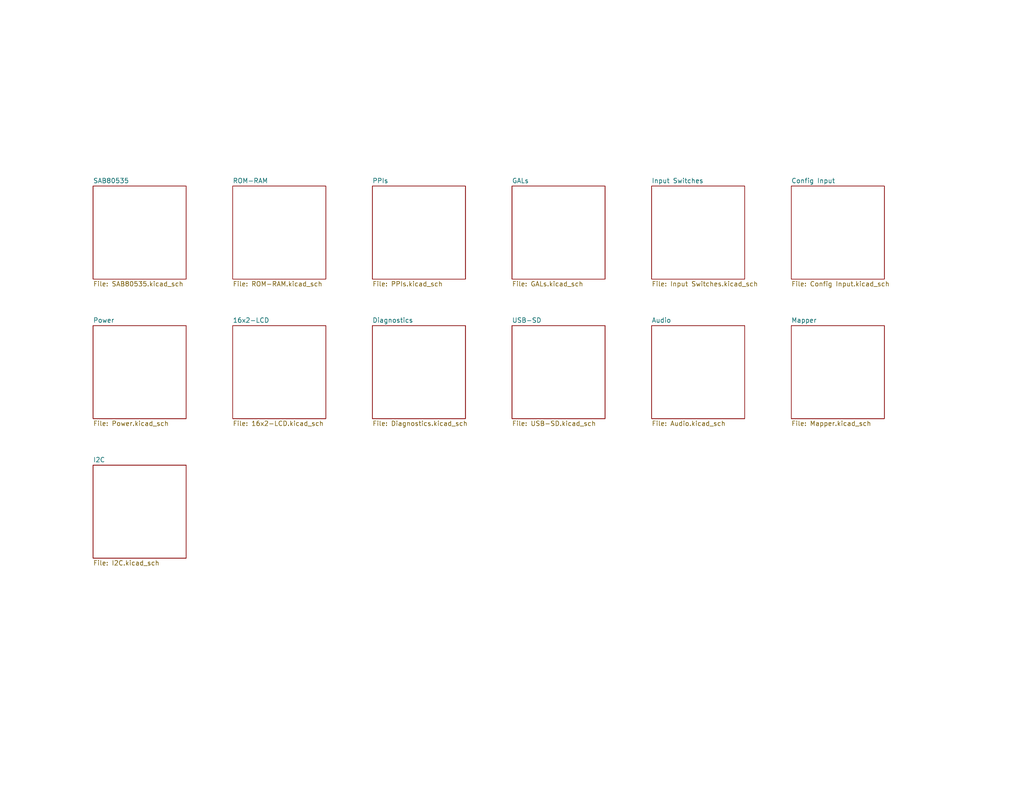
<source format=kicad_sch>
(kicad_sch (version 20211123) (generator eeschema)
  (paper "A")
  (lib_symbols)
  (sheet (at 139.7 50.8) (size 25.4 25.4) (stroke (width 0.1524))
    (property "Sheet name" "GALs" (at 139.7 50.0884 0) (effects (justify left bottom)))
    (property "Sheet file" "GALs.kicad_sch" (at 139.7 76.7846 0) (effects (justify left top)))
  )
  (sheet (at 63.5 50.8) (size 25.4 25.4) (stroke (width 0.1524))
    (property "Sheet name" "ROM-RAM" (at 63.5 50.0884 0) (effects (justify left bottom)))
    (property "Sheet file" "ROM-RAM.kicad_sch" (at 63.5 76.7846 0) (effects (justify left top)))
  )
  (sheet (at 215.9 88.9) (size 25.4 25.4) (stroke (width 0.1524))
    (property "Sheet name" "Mapper" (at 215.9 88.1884 0) (effects (justify left bottom)))
    (property "Sheet file" "Mapper.kicad_sch" (at 215.9 114.8846 0) (effects (justify left top)))
  )
  (sheet (at 177.8 50.8) (size 25.4 25.4) (stroke (width 0.1524))
    (property "Sheet name" "Input Switches" (at 177.8 50.0884 0) (effects (justify left bottom)))
    (property "Sheet file" "Input Switches.kicad_sch" (at 177.8 76.7846 0) (effects (justify left top)))
  )
  (sheet (at 139.7 88.9) (size 25.4 25.4) (stroke (width 0.1524))
    (property "Sheet name" "USB-SD" (at 139.7 88.1884 0) (effects (justify left bottom)))
    (property "Sheet file" "USB-SD.kicad_sch" (at 139.7 114.8846 0) (effects (justify left top)))
  )
  (sheet (at 177.8 88.9) (size 25.4 25.4) (stroke (width 0.1524))
    (property "Sheet name" "Audio" (at 177.8 88.1884 0) (effects (justify left bottom)))
    (property "Sheet file" "Audio.kicad_sch" (at 177.8 114.8846 0) (effects (justify left top)))
  )
  (sheet (at 101.6 88.9) (size 25.4 25.4) (stroke (width 0.1524))
    (property "Sheet name" "Diagnostics" (at 101.6 88.1884 0) (effects (justify left bottom)))
    (property "Sheet file" "Diagnostics.kicad_sch" (at 101.6 114.8846 0) (effects (justify left top)))
  )
  (sheet (at 215.9 50.8) (size 25.4 25.4) (stroke (width 0.1524))
    (property "Sheet name" "Config Input" (at 215.9 50.0884 0) (effects (justify left bottom)))
    (property "Sheet file" "Config Input.kicad_sch" (at 215.9 76.7846 0) (effects (justify left top)))
  )
  (sheet (at 101.6 50.8) (size 25.4 25.4) (stroke (width 0.1524))
    (property "Sheet name" "PPIs" (at 101.6 50.0884 0) (effects (justify left bottom)))
    (property "Sheet file" "PPIs.kicad_sch" (at 101.6 76.7846 0) (effects (justify left top)))
  )
  (sheet (at 63.5 88.9) (size 25.4 25.4) (stroke (width 0.1524))
    (property "Sheet name" "16x2-LCD" (at 63.5 88.1884 0) (effects (justify left bottom)))
    (property "Sheet file" "16x2-LCD.kicad_sch" (at 63.5 114.8846 0) (effects (justify left top)))
  )
  (sheet (at 25.4 127) (size 25.4 25.4) (stroke (width 0.1524))
    (property "Sheet name" "I2C" (at 25.4 126.2884 0) (effects (justify left bottom)))
    (property "Sheet file" "I2C.kicad_sch" (at 25.4 152.9846 0) (effects (justify left top)))
  )
  (sheet (at 25.4 50.8) (size 25.4 25.4) (stroke (width 0.1524))
    (property "Sheet name" "SAB80535" (at 25.4 50.0884 0) (effects (justify left bottom)))
    (property "Sheet file" "SAB80535.kicad_sch" (at 25.4 76.7846 0) (effects (justify left top)))
  )
  (sheet (at 25.4 88.9) (size 25.4 25.4) (stroke (width 0.1524))
    (property "Sheet name" "Power" (at 25.4 88.1884 0) (effects (justify left bottom)))
    (property "Sheet file" "Power.kicad_sch" (at 25.4 114.8846 0) (effects (justify left top)))
  )
)
</source>
